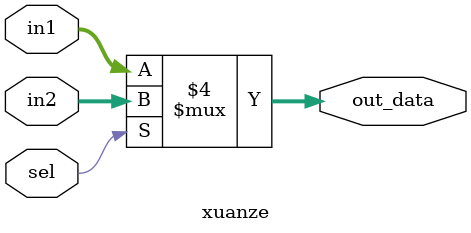
<source format=v>
`timescale 1ns / 1ps
module xuanze(out_data,in1,in2,sel
    );
input [31:0] in1,in2;
input sel;
output [31:0] out_data;
reg [31:0] out_data;
always@(in1,in2,sel)
	if(!sel) out_data=in1;
	else out_data=in2;	

endmodule

</source>
